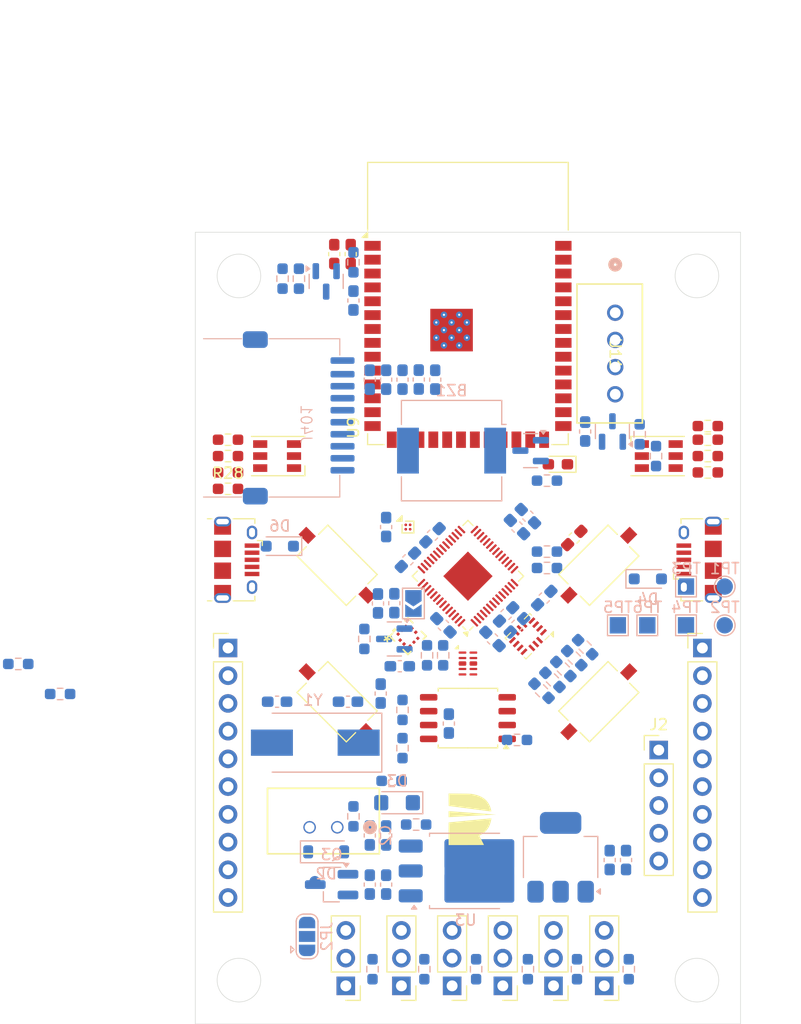
<source format=kicad_pcb>
(kicad_pcb (version 20240108) (generator "pcbnew") (generator_version "8.0")
  (layers (0 "F.Cu" signal) (31 "B.Cu" signal) (34 "B.Paste" user) (35 "F.Paste" user) (36 "B.SilkS" user "B.Silkscreen") (37 "F.SilkS" user "F.Silkscreen") (38 "B.Mask" user) (39 "F.Mask" user) (44 "Edge.Cuts" user))
  (net 0 "")
  (net 1 "Net-(D1-AR)")
  (net 2 "Net-(D1-AG)")
  (net 3 "Net-(D1-AB)")
  (net 4 "GND")
  (net 5 "+BATT")
  (net 6 "Net-(C6-Pad1)")
  (net 7 "+5V")
  (net 8 "+3V3")
  (net 10 "+1V1")
  (net 11 "Net-(D2-A)")
  (net 12 "ADC3")
  (net 13 "Net-(D3-A1)")
  (net 14 "ADC_VREF")
  (net 15 "Net-(JP1-B)")
  (net 16 "SDA1")
  (net 17 "SCL1")
  (net 18 "SER_1")
  (net 19 "SER_2")
  (net 20 "Net-(J5-Pin_2)")
  (net 21 "SER_3")
  (net 22 "Net-(J6-Pin_2)")
  (net 23 "Net-(J7-Pin_2)")
  (net 24 "SER_4")
  (net 25 "SWCLK")
  (net 26 "SWD")
  (net 27 "Net-(J9-Pin_2)")
  (net 28 "SER_5")
  (net 29 "Net-(JP2-C)")
  (net 30 "LED_R")
  (net 31 "LED_G")
  (net 32 "LED_B")
  (net 33 "BMI_INT2")
  (net 34 "BMI_INT1")
  (net 35 "BMP_INT")
  (net 36 "Net-(U2-XIN)")
  (net 37 "Net-(C7-Pad1)")
  (net 38 "Net-(U2-XOUT)")
  (net 39 "USB1_D-")
  (net 40 "USB1_D+")
  (net 41 "Net-(J8-Pin_2)")
  (net 43 "Net-(U2-RUN)")
  (net 44 "Net-(U8-SDO)")
  (net 45 "Net-(U1-DI(IO0))")
  (net 46 "Net-(U1-DO(IO1))")
  (net 47 "Net-(U1-CLK)")
  (net 48 "Net-(U1-IO3)")
  (net 49 "Net-(U1-IO2)")
  (net 50 "Net-(D4-A)")
  (net 59 "Net-(D5-AR)")
  (net 65 "Net-(D5-AB)")
  (net 67 "Net-(D5-AG)")
  (net 69 "ESP32_RST")
  (net 71 "LED2_G")
  (net 72 "LED2_B")
  (net 74 "LED2_R")
  (net 77 "Net-(Q1-S)")
  (net 85 "SPI0_CLK")
  (net 86 "Net-(D6-A)")
  (net 87 "SPI_CS")
  (net 92 "USB2_D+")
  (net 93 "USB2_D-")
  (net 94 "Net-(Q1-G)")
  (net 95 "SD_CD")
  (net 96 "SPI_BIT3")
  (net 97 "SPI0_MISO")
  (net 98 "SPI_BIT2")
  (net 99 "SPI0_MOSI")
  (net 100 "UART1_TX")
  (net 101 "UART1_RX")
  (net 103 "SCL0")
  (net 104 "SDA0")
  (net 105 "Net-(R18-Pad1)")
  (net 106 "/RP2040 section/QSPI_SS")
  (net 107 "Net-(U2-USB_DM)")
  (net 108 "Net-(U2-USB_DP)")
  (net 109 "SER_6")
  (net 110 "Net-(J4-Pin_2)")
  (net 111 "Net-(J4-Pin_1)")
  (net 112 "Net-(BZ1-+)")
  (net 113 "Net-(D7-A)")
  (net 114 "BUZZER")
  (net 115 "Net-(D2-K)")
  (net 116 "GPIO17")
  (net 117 "ADC1")
  (net 118 "GPIO18")
  (net 119 "ADC0")
  (net 120 "ADC2")
  (net 121 "GPIO15")
  (net 122 "GPIO16")
  (net 123 "Net-(Q4-S)")
  (net 124 "GPIO6_esp")
  (net 125 "SPI0_CS2")
  (net 126 "GPIO5_esp")
  (net 127 "GPIO4_esp")
  (net 128 "Net-(Q4-G)")
  (net 129 "ESP32_BOOT")
  (footprint "25SH_B_02_TS:CONN2_H-B-02-TS_ADM" (layer "F.Cu") (at 110.82 90.4 180)
    (property "Reference" "J1" (hide yes))
    (property "Value" "BATT IN")
  )
  (footprint "LED_SMD:LED_RGB_PLCC-6" (layer "F.Cu") (at 105.3 56.4 180)
    (property "Reference" "D1" (hide yes))
    (property "Value" "CLX6F-FKC" (hide yes))
  )
  (footprint "LED_SMD:LED_0603_1608Metric_Pad1.05x0.95mm_HandSolder" (layer "F.Cu") (at 131.05 57.15 180)
    (property "Reference" "D7" (hide yes))
    (property "Value" "LED" (hide yes))
  )
  (footprint "Resistor_SMD:R_0603_1608Metric_Pad0.98x0.95mm_HandSolder" (layer "F.Cu") (at 144.8 56.4 180)
    (property "Reference" "R29" (hide yes))
    (property "Value" "27" (hide yes))
  )
  (footprint "LOGO" (layer "F.Cu") (at 122.8 89.65)
    (property "Reference" "_")
    (property "Value" "LOGO" (hide yes))
  )
  (footprint "Connector_PinHeader_2.54mm:PinHeader_1x03_P2.54mm_Vertical" (layer "F.Cu") (at 126 104.925 180)
    (property "Reference" "J7" (hide yes))
    (property "Value" "servo 3" (hide yes))
  )
  (footprint "Connector_PinHeader_2.54mm:PinHeader_1x03_P2.54mm_Vertical" (layer "F.Cu") (at 130.65 104.925 180)
    (property "Reference" "J6" (hide yes))
    (property "Value" "servo 2" (hide yes))
  )
  (footprint "Resistor_SMD:R_0603_1608Metric_Pad0.98x0.95mm_HandSolder" (layer "F.Cu") (at 144.8 54.9 180)
    (property "Reference" "R30" (hide yes))
    (property "Value" "27" (hide yes))
  )
  (footprint "Connector_PinHeader_2.54mm:PinHeader_1x10_P2.54mm_Vertical" (layer "F.Cu") (at 100.8 73.975)
    (property "Reference" "J12" (hide yes))
    (property "Value" "Conn_01x10_Pin" (hide yes))
  )
  (footprint "LED_SMD:LED_RGB_PLCC-6" (layer "F.Cu") (at 140.3 56.4)
    (property "Reference" "D5" (hide yes))
    (property "Value" "CLX6F-FKC" (hide yes))
  )
  (footprint "RF_Module:ESP32-S3-WROOM-1" (layer "F.Cu") (at 122.8 42.4)
    (property "Reference" "U9")
    (property "Value" "ESP32-S3-WROOM-1")
  )
  (footprint "Resistor_SMD:R_0603_1608Metric_Pad0.98x0.95mm_HandSolder" (layer "F.Cu") (at 100.8 54.9)
    (property "Reference" "R14" (hide yes))
    (property "Value" "60" (hide yes))
  )
  (footprint "Resistor_SMD:R_0603_1608Metric_Pad0.98x0.95mm_HandSolder" (layer "F.Cu") (at 144.8 53.65 180)
    (property "Reference" "R31" (hide yes))
    (property "Value" "27" (hide yes))
  )
  (footprint "Capacitor_SMD:C_0603_1608Metric_Pad1.08x0.95mm_HandSolder" (layer "F.Cu") (at 112.05 37.9 -90)
    (property "Reference" "C401" (hide yes))
    (property "Value" "100n" (hide yes))
  )
  (footprint "Connector_PinHeader_2.54mm:PinHeader_1x03_P2.54mm_Vertical" (layer "F.Cu") (at 111.6 104.925 180)
    (property "Reference" "J4" (hide yes))
    (property "Value" "servo 6" (hide yes))
  )
  (footprint "Connector_PinHeader_2.54mm:PinHeader_1x03_P2.54mm_Vertical" (layer "F.Cu") (at 116.7 104.925 180)
    (property "Reference" "J9" (hide yes))
    (property "Value" "servo 5" (hide yes))
  )
  (footprint "Package_BGA:WLP-4_0.86x0.86mm_P0.4mm" (layer "F.Cu") (at 117.3 62.9)
    (property "Reference" "U7" (hide yes))
    (property "Value" "MMC5633NJL" (hide yes))
  )
  (footprint "Button_Switch_SMD:SW_Tactile_SPST_NO_Straight_CK_PTS636Sx25SMTRLFS" (layer "F.Cu") (at 134.8 66.4 45)
    (property "Reference" "SW4" (hide yes))
    (property "Value" "ESP32 RST")
  )
  (footprint "Package_DFN_QFN:QFN-56-1EP_7x7mm_P0.4mm_EP3.2x3.2mm" (layer "F.Cu") (at 122.8 67.4 135)
    (property "Reference" "U2" (hide yes))
    (property "Value" "RP2040")
  )
  (footprint "Button_Switch_SMD:SW_Tactile_SPST_NO_Straight_CK_PTS636Sx25SMTRLFS" (layer "F.Cu") (at 110.8 66.4 -45)
    (property "Reference" "SW301" (hide yes))
    (property "Value" "2040 BOOTSEL")
  )
  (footprint "Button_Switch_SMD:SW_Tactile_SPST_NO_Straight_CK_PTS636Sx25SMTRLFS" (layer "F.Cu") (at 110.8 78.9 -45)
    (property "Reference" "SW1" (hide yes))
    (property "Value" "2040 RST")
  )
  (footprint "25SH_B_04_TS_:CONN_25SH-B-04-TS_ADM" (layer "F.Cu") (at 136.308 43.2711 -90)
    (property "Reference" "U11")
    (property "Value" "25SH-B-04-TS")
  )
  (footprint "Connector_PinHeader_2.54mm:PinHeader_1x03_P2.54mm_Vertical" (layer "F.Cu") (at 121.35 104.925 180)
    (property "Reference" "J8" (hide yes))
    (property "Value" "servo 4" (hide yes))
  )
  (footprint "Package_SO:SOIC-8_5.23x5.23mm_P1.27mm" (layer "F.Cu") (at 122.8 80.4 180)
    (property "Reference" "U1" (hide yes))
    (property "Value" "W25Q32JVSS" (hide yes))
  )
  (footprint "Capacitor_SMD:C_0603_1608Metric_Pad1.08x0.95mm_HandSolder" (layer "F.Cu") (at 110.54 37.9 90)
    (property "Reference" "C405" (hide yes))
    (property "Value" "10u" (hide yes))
  )
  (footprint "footprints:QFN10_BMP581_BOS" (layer "F.Cu") (at 117.3 72.9 45)
    (property "Reference" "U6" (hide yes))
    (property "Value" "BMP581" (hide yes))
  )
  (footprint "Capacitor_SMD:C_0603_1608Metric_Pad1.08x0.95mm_HandSolder" (layer "F.Cu") (at 132.55 63.9 -135)
    (property "Reference" "C402" (hide yes))
    (property "Value" "100n" (hide yes))
  )
  (footprint "Resistor_SMD:R_0603_1608Metric_Pad0.98x0.95mm_HandSolder" (layer "F.Cu") (at 144.8 57.9 180)
    (property "Reference" "R32" (hide yes))
    (property "Value" "60" (hide yes))
  )
  (footprint "Resistor_SMD:R_0603_1608Metric_Pad0.98x0.95mm_HandSolder" (layer "F.Cu") (at 100.8 59.4)
    (property "Reference" "R28")
    (property "Value" "27")
  )
  (footprint "Connector_PinHeader_2.54mm:PinHeader_1x03_P2.54mm_Vertical" (layer "F.Cu") (at 135.3 104.925 180)
    (property "Reference" "J5" (hide yes))
    (property "Value" "servo 1" (hide yes))
  )
  (footprint "Connector_USB:USB_Micro-B_Amphenol_10118194_Horizontal" (layer "F.Cu") (at 144 65.9 90)
    (property "Reference" "J10" (hide yes))
    (property "Value" "USB_ESP32")
  )
  (footprint "Resistor_SMD:R_0603_1608Metric_Pad0.98x0.95mm_HandSolder" (layer "F.Cu") (at 100.8 57.9)
    (property "Reference" "R16" (hide yes))
    (property "Value" "27" (hide yes))
  )
  (footprint "Connector_PinHeader_2.54mm:PinHeader_1x05_P2.54mm_Vertical" (layer "F.Cu") (at 140.3 83.325)
    (property "Reference" "J2")
    (property "Value" "Conn_01x05_Pin" (hide yes))
  )
  (footprint "Resistor_SMD:R_0603_1608Metric_Pad0.98x0.95mm_HandSolder" (layer "F.Cu") (at 100.8 56.4)
    (property "Reference" "R15" (hide yes))
    (property "Value" "27" (hide yes))
  )
  (footprint "Connector_PinHeader_2.54mm:PinHeader_1x10_P2.54mm_Vertical" (layer "F.Cu") (at 144.3 73.975)
    (property "Reference" "J11" (hide yes))
    (property "Value" "Conn_01x10_Pin" (hide yes))
  )
  (footprint "10-UFDNF:10-UFDNF(2.5mm-1mm)" (layer "F.Cu") (at 122.8 75.4)
    (property "Reference" "U10" (hide yes))
    (property "Value" "~" (hide yes))
  )
  (footprint "Package_LGA:Bosch_LGA-14_3x2.5mm_P0.5mm" (layer "F.Cu") (at 128.3 72.9 -135)
    (property "Reference" "U8" (hide yes))
    (property "Value" "BMI160" (hide yes))
  )
  (footprint "Button_Switch_SMD:SW_Tactile_SPST_NO_Straight_CK_PTS636Sx25SMTRLFS" (layer "F.Cu") (at 134.8 78.9 45)
    (property "Reference" "SW2" (hide yes))
    (property "Value" "ESP32 BOOT")
  )
  (footprint "Connector_USB:USB_Micro-B_Amphenol_10118194_Horizontal" (layer "F.Cu") (at 101.6 65.9 -90)
    (property "Reference" "J3" (hide yes))
    (property "Value" "USB_RP2040" (hide yes))
  )
  (footprint "Capacitor_SMD:C_0603_1608Metric_Pad1.08x0.95mm_HandSolder" (layer "B.Cu") (at 121.05 80.9 90)
    (property "Reference" "C5" (hide yes))
    (property "Value" "100n" (hide yes))
  )
  (footprint "Capacitor_SMD:C_0603_1608Metric_Pad1.08x0.95mm_HandSolder" (layer "B.Cu") (at 111.8 78.9 180)
    (property "Reference" "C7" (hide yes))
    (property "Value" "30p" (hide yes))
  )
  (footprint "Capacitor_SMD:C_0603_1608Metric_Pad1.08x0.95mm_HandSolder" (layer "B.Cu") (at 119.55 63.65 45)
    (property "Reference" "C29" (hide yes))
    (property "Value" "100n" (hide yes))
  )
  (footprint "Capacitor_SMD:C_0603_1608Metric_Pad1.08x0.95mm_HandSolder" (layer "B.Cu") (at 116.05 69.875 -90)
    (property "Reference" "C14" (hide yes))
    (property "Value" "100n" (hide yes))
  )
  (footprint "Diode_SMD:D_SMF" (layer "B.Cu") (at 116.3 88.15 180)
    (property "Reference" "D3")
    (property "Value" "SMF10A" (hide yes))
  )
  (footprint "Capacitor_SMD:C_0603_1608Metric_Pad1.08x0.95mm_HandSolder" (layer "B.Cu") (at 137.3 93.4 -90)
    (property "Reference" "C20" (hide yes))
    (property "Value" "1u")
  )
  (footprint "Jumper:SolderJumper-3_P1.3mm_Open_RoundedPad1.0x1.5mm" (layer "B.Cu") (at 108.05 100.4 90)
    (property "Reference" "JP2")
    (property "Value" "~")
  )
  (footprint "Package_TO_SOT_SMD:SOT-23_Handsoldering" (layer "B.Cu") (at 110.3 95.65 180)
    (property "Reference" "Q3")
    (property "Value" "AO3401A" (hide yes))
  )
  (footprint "TestPoint:TestPoint_Pad_1.5x1.5mm" (layer "B.Cu") (at 142.8 71.9 180)
    (property "Reference" "TP4")
    (property "Value" "TestPoint_Flag" (hide yes))
  )
  (footprint "Resistor_SMD:R_0603_1608Metric_Pad0.98x0.95mm_HandSolder" (layer "B.Cu") (at 132.8 103.4 -90)
    (property "Reference" "R6" (hide yes))
    (property "Value" "150" (hide yes))
  )
  (footprint "Package_TO_SOT_SMD:SOT-23" (layer "B.Cu") (at 128.55 55.9 180)
    (property "Reference" "Q2" (hide yes))
    (property "Value" "2N7002" (hide yes))
  )
  (footprint "Resistor_SMD:R_0603_1608Metric_Pad0.98x0.95mm_HandSolder" (layer "B.Cu") (at 112.3 89.4 90)
    (property "Reference" "R37" (hide yes))
    (property "Value" "1k" (hide yes))
  )
  (footprint "TestPoint:TestPoint_Pad_1.5x1.5mm" (layer "B.Cu") (at 139.25 71.9 180)
    (property "Reference" "TP6")
    (property "Value" "TestPoint_Flag" (hide yes))
  )
  (footprint "Resistor_SMD:R_0603_1608Metric_Pad0.98x0.95mm_HandSolder" (layer "B.Cu") (at 130.05 66.65 180)
    (property "Reference" "R27" (hide yes))
    (property "Value" "4.7k" (hide yes))
  )
  (footprint "Package_TO_SOT_SMD:SOT-23" (layer "B.Cu") (at 116.05 73.15 180)
    (property "Reference" "U5" (hide yes))
    (property "Value" "LM4040DBZ-3" (hide yes))
  )
  (footprint "Resistor_SMD:R_0603_1608Metric_Pad0.98x0.95mm_HandSolder" (layer "B.Cu") (at 137.55 103.4 -90)
    (property "Reference" "R4" (hide yes))
    (property "Value" "150" (hide yes))
  )
  (footprint "Resistor_SMD:R_0603_1608Metric_Pad0.98x0.95mm_HandSolder" (layer "B.Cu") (at 140.05 56.4 90)
    (property "Reference" "R38" (hide yes))
    (property "Value" "1k" (hide yes))
  )
  (footprint "Buzzer_Beeper:Buzzer_CUI_CPT-9019S-SMT" (layer "B.Cu") (at 121.3 55.9 180)
    (property "Reference" "BZ1")
    (property "Value" "Buzzer")
  )
  (footprint "Resistor_SMD:R_0603_1608Metric_Pad0.98x0.95mm_HandSolder" (layer "B.Cu") (at 105.8 40.15 90)
    (property "Reference" "R23" (hide yes))
    (property "Value" "1k" (hide yes))
  )
  (footprint "Capacitor_SMD:C_0603_1608Metric_Pad1.08x0.95mm_HandSolder" (layer "B.Cu") (at 113.8 95.65 -90)
    (property "Reference" "C3" (hide yes))
    (property "Value" "22u")
  )
  (footprint "TestPoint:TestPoint_Pad_D1.5mm" (layer "B.Cu") (at 146.35 71.9 180)
    (property "Reference" "TP2")
    (property "Value" "TestPoint" (hide yes))
  )
  (footprint "Capacitor_SMD:C_0603_1608Metric_Pad1.08x0.95mm_HandSolder" (layer "B.Cu") (at 127.3 71.9 45)
    (property "Reference" "C21" (hide yes))
    (property "Value" "100n" (hide yes))
  )
  (footprint "Resistor_SMD:R_0603_1608Metric_Pad0.98x0.95mm_HandSolder" (layer "B.Cu") (at 114.05 103.4 -90)
    (property "Reference" "R22" (hide yes))
    (property "Value" "150" (hide yes))
  )
  (footprint "Resistor_SMD:R_0603_1608Metric_Pad0.98x0.95mm_HandSolder" (layer "B.Cu") (at 138.55 54.4 -90)
    (property "Reference" "R39" (hide yes))
    (property "Value" "10k" (hide yes))
  )
  (footprint "Diode_SMD:D_SOD-323_HandSoldering" (layer "B.Cu") (at 105.55 64.65 180)
    (property "Reference" "D6")
    (property "Value" "D_Schottky")
  )
  (footprint "Capacitor_SMD:C_0603_1608Metric_Pad1.08x0.95mm_HandSolder" (layer "B.Cu") (at 133.55 54.15 90)
    (property "Reference" "C25" (hide yes))
    (property "Value" "100n" (hide yes))
  )
  (footprint "Package_TO_SOT_SMD:TO-252-3_TabPin2" (layer "B.Cu") (at 122.59 94.4)
    (property "Reference" "U3")
    (property "Value" "AZ1084-5.0" (hide yes))
  )
  (footprint "Resistor_SMD:R_0603_1608Metric_Pad0.98x0.95mm_HandSolder" (layer "B.Cu") (at 115.8 86.15 180)
    (property "Reference" "R11" (hide yes))
    (property "Value" "10k")
  )
  (footprint "Resistor_SMD:R_0603_1608Metric_Pad0.98x0.95mm_HandSolder" (layer "B.Cu") (at 107.3 40.15 90)
    (property "Reference" "R35" (hide yes))
    (property "Value" "10k" (hide yes))
  )
  (footprint "Package_TO_SOT_SMD:SOT-23" (layer "B.Cu") (at 136.05 54.15 90)
    (property "Reference" "Q4" (hide yes))
    (property "Value" "2N7002" (hide yes))
  )
  (footprint "Capacitor_SMD:C_0603_1608Metric_Pad1.08x0.95mm_HandSolder" (layer "B.Cu") (at 118.29 49.3875 -90)
    (property "Reference" "C27" (hide yes))
    (property "Value" "100n" (hide yes))
  )
  (footprint "Capacitor_SMD:C_0603_1608Metric_Pad1.08x0.95mm_HandSolder" (layer "B.Cu") (at 127.3 62.9 -45)
    (property "Reference" "C24" (hide yes))
    (property "Value" "1u" (hide yes))
  )
  (footprint "Capacitor_SMD:C_0603_1608Metric_Pad1.08x0.95mm_HandSolder" (layer "B.Cu") (at 117.3 65.9 -135)
    (property "Reference" "C30" (hide yes))
    (property "Value" "100n" (hide yes))
  )
  (footprint "Capacitor_SMD:C_0603_1608Metric_Pad1.08x0.95mm_HandSolder" (layer "B.Cu") (at 115.3 62.9 -90)
    (property "Reference" "C16" (hide yes))
    (property "Value" "100n")
  )
  (footprint "Resistor_SMD:R_0603_1608Metric_Pad0.98x0.95mm_HandSolder" (layer "B.Cu") (at 128.3 103.4 -90)
    (property "Reference" "R7" (hide yes))
    (property "Value" "150" (hide yes))
  )
  (footprint "Resistor_SMD:R_0603_1608Metric_Pad0.98x0.95mm_HandSolder" (layer "B.Cu") (at 120.53 74.65 90)
    (property "Reference" "R20" (hide yes))
    (property "Value" "27" (hide yes))
  )
  (footprint "Resistor_SMD:R_0603_1608Metric_Pad0.98x0.95mm_HandSolder" (layer "B.Cu") (at 118.8 103.4 -90)
    (property "Reference" "R9" (hide yes))
    (property "Value" "150" (hide yes))
  )
  (footprint "Resistor_SMD:R_0603_1608Metric_Pad0.98x0.95mm_HandSolder" (layer "B.Cu") (at 113.3 73.15 90)
    (property "Reference" "R5" (hide yes))
    (property "Value" "150" (hide yes))
  )
  (footprint "Capacitor_SMD:C_0603_1608Metric_Pad1.08x0.95mm_HandSolder" (layer "B.Cu") (at 115.3 49.4 -90)
    (property "Reference" "C404" (hide yes))
    (property "Value" "22u" (hide yes))
  )
  (footprint "Capacitor_SMD:C_0603_1608Metric_Pad1.08x0.95mm_HandSolder" (layer "B.Cu") (at 114.8 78.15 90)
    (property "Reference" "C13" (hide yes))
    (property "Value" "100n" (hide yes))
  )
  (footprint "Diode_SMD:D_SOD-123" (layer "B.Cu") (at 109.8 92.65)
    (property "Reference" "D2")
    (property "Value" "D_Zener")
  )
  (footprint "Capacitor_SMD:C_0603_1608Metric_Pad1.08x0.95mm_HandSolder" (layer "B.Cu") (at 113.8 91.15 90)
    (property "Reference" "C2")
    (property "Value" "10u")
  )
  (footprint "Resistor_SMD:R_0603_1608Metric_Pad0.98x0.95mm_HandSolder" (layer "B.Cu") (at 130.05 58.65)
    (property "Reference" "R36" (hide yes))
    (property "Value" "10k" (hide yes))
  )
  (footprint "Capacitor_SMD:C_0603_1608Metric_Pad1.08x0.95mm_HandSolder" (layer "B.Cu") (at 119.8 49.4 -90)
    (property "Reference" "C28" (hide yes))
    (property "Value" "1u" (hide yes))
  )
  (footprint "MSD11-CUI_cardconn:MSD11_card_conn" (layer "B.Cu") (at 103.3 52.9 90)
    (property "Reference" "J401")
    (property "Value" "SD CARD")
  )
  (footprint "Resistor_SMD:R_0603_1608Metric_Pad0.98x0.95mm_HandSolder" (layer "B.Cu") (at 130.05 65.15 180)
    (property "Reference" "R26" (hide yes))
    (property "Value" "4.7k" (hide yes))
  )
  (footprint "Resistor_SMD:R_0603_1608Metric_Pad0.98x0.95mm_HandSolder" (layer "B.Cu") (at 127.3 82.4 180)
    (property "Reference" "R19" (hide yes))
    (property "Value" "10k" (hide yes))
  )
  (footprint "Capacitor_SMD:C_0603_1608Metric_Pad1.08x0.95mm_HandSolder" (layer "B.Cu") (at 105.3 78.9)
    (property "Reference" "C6" (hide yes))
    (property "Value" "30p" (hide yes))
  )
  (footprint "Resistor_SMD:R_0603_1608Metric_Pad0.98x0.95mm_HandSolder" (layer "B.Cu") (at 132.55 74.9 -45)
    (property "Reference" "R24" (hide yes))
    (property "Value" "4.7k" (hide yes))
  )
  (footprint "Crystal:Crystal_SMD_FOX_FE-2Pin_7.5x5.0mm_HandSoldering" (layer "B.Cu") (at 108.8 82.65 180)
    (property "Reference" "Y1")
    (property "Value" "Crystal")
  )
  (footprint "Resistor_SMD:R_0603_1608Metric_Pad0.98x0.95mm_HandSolder" (layer "B.Cu") (at 129.55 77.9 -45)
    (property "Reference" "R34" (hide yes))
    (property "Value" "4.7k" (hide yes))
  )
  (footprint "Diode_SMD:D_SOD-323_HandSoldering" (layer "B.Cu") (at 139.3 67.65)
    (property "Reference" "D4")
    (property "Value" "D_Schottky")
  )
  (footprint "Capacitor_SMD:C_0603_1608Metric_Pad1.08x0.95mm_HandSolder" (layer "B.Cu") (at 129.8 69.4 -135)
    (property "Reference" "C19" (hide yes))
    (property "Value" "100n" (hide yes))
  )
  (footprint "Capacitor_SMD:C_0603_1608Metric_Pad1.08x0.95mm_HandSolder" (layer "B.Cu") (at 125.05 73.15 135)
    (property "Reference" "C31" (hide yes))
    (property "Value" "100n" (hide yes))
  )
  (footprint "Capacitor_SMD:C_0603_1608Metric_Pad1.08x0.95mm_HandSolder" (layer "B.Cu") (at 116.55 75.65 180)
    (property "Reference" "C8" (hide yes))
    (property "Value" "1u" (hide yes))
  )
  (footprint "Capacitor_SMD:C_0603_1608Metric_Pad1.08x0.95mm_HandSolder" (layer "B.Cu") (at 115.3 95.65 -90)
    (property "Reference" "C4" (hide yes))
    (property "Value" "1u")
  )
  (footprint "Resistor_SMD:R_0603_1608Metric_Pad0.98x0.95mm_HandSolder" (layer "B.Cu") (at 119.05 74.65 90)
    (property "Reference" "R21" (hide yes))
    (property "Value" "27" (hide yes))
  )
  (footprint "Resistor_SMD:R_0603_1608Metric_Pad0.98x0.95mm_HandSolder" (layer "B.Cu") (at 116.8 83.15 90)
    (property "Reference" "R1" (hide yes))
    (property "Value" "270k" (hide yes))
  )
  (footprint "Package_TO_SOT_SMD:SOT-23" (layer "B.Cu") (at 109.8 40.4 -90)
    (property "Reference" "Q1" (hide yes))
    (property "Value" "2N7002" (hide yes))
  )
  (footprint "Resistor_SMD:R_0603_1608Metric_Pad0.98x0.95mm_HandSolder" (layer "B.Cu") (at 85.4 78.19 180)
    (property "Reference" "R10" (hide yes))
    (property "Value" "10k(DNP)")
  )
  (footprint "Resistor_SMD:R_0603_1608Metric_Pad0.98x0.95mm_HandSolder" (layer "B.Cu") (at 133.55 73.9 135)
    (property "Reference" "R17" (hide yes))
    (property "Value" "10k(DNP)" (hide yes))
  )
  (footprint "TestPoint:TestPoint_Pad_1.5x1.5mm" (layer "B.Cu") (at 142.8 68.35 180)
    (property "Reference" "TP3")
    (property "Value" "TestPoint_Flag" (hide yes))
  )
  (footprint "Resistor_SMD:R_0603_1608Metric_Pad0.98x0.95mm_HandSolder" (layer "B.Cu") (at 130.55 76.9 -45)
    (property "Reference" "R33" (hide yes))
    (property "Value" "4.7k" (hide yes))
  )
  (footprint "Capacitor_SMD:C_0603_1608Metric_Pad1.08x0.95mm_HandSolder" (layer "B.Cu") (at 112.3 42.15 -90)
    (property "Reference" "C23" (hide yes))
    (property "Value" "1u" (hide yes))
  )
  (footprint "Capacitor_SMD:C_0603_1608Metric_Pad1.08x0.95mm_HandSolder" (layer "B.Cu") (at 120.55 71.9 135)
    (property "Reference" "C32" (hide yes))
    (property "Value" "100n" (hide yes))
  )
  (footprint "Capacitor_SMD:C_0603_1608Metric_Pad1.08x0.95mm_HandSolder" (layer "B.Cu") (at 113.8 49.4 -90)
    (property "Reference" "C403" (hide yes))
    (property "Value" "22u" (hide yes))
  )
  (footprint "Resistor_SMD:R_0603_1608Metric_Pad0.98x0.95mm_HandSolder" (layer "B.Cu") (at 112.3 38.65 -90)
    (property "Reference" "R401" (hide yes))
    (property "Value" "10k" (hide yes))
  )
  (footprint "Resistor_SMD:R_0603_1608Metric_Pad0.98x0.95mm_HandSolder" (layer "B.Cu") (at 118.05 90.15 180)
    (property "Reference" "R3" (hide yes))
    (property "Value" "10k" (hide yes))
  )
  (footprint "TestPoint:TestPoint_Pad_D1.5mm" (layer "B.Cu") (at 146.35 68.35 180)
    (property "Reference" "TP1")
    (property "Value" "TestPoint" (hide yes))
  )
  (footprint "Capacitor_SMD:C_0603_1608Metric_Pad1.08x0.95mm_HandSolder" (layer "B.Cu") (at 126.3 70.9 45)
    (property "Reference" "C33" (hide yes))
    (property "Value" "100n" (hide yes))
  )
  (footprint "Capacitor_SMD:C_0603_1608Metric_Pad1.08x0.95mm_HandSolder" (layer "B.Cu") (at 114.55 69.9 -90)
    (property "Reference" "C10" (hide yes))
    (property "Value" "100n")
  )
  (footprint "Capacitor_SMD:C_0603_1608Metric_Pad1.08x0.95mm_HandSolder" (layer "B.Cu") (at 128.3 61.9 -45)
    (property "Reference" "C9" (hide yes))
    (property "Value" "100n" (hide yes))
  )
  (footprint "Package_TO_SOT_SMD:SOT-223-3_TabPin2" (layer "B.Cu") (at 131.3 93.15 90)
    (property "Reference" "U4" (hide yes))
    (property "Value" "TLV1117-33" (hide yes))
  )
  (footprint "Capacitor_SMD:C_0603_1608Metric_Pad1.08x0.95mm_HandSolder" (layer "B.Cu") (at 135.8 93.4 90)
    (property "Reference" "C22" (hide yes))
    (property "Value" "100n")
  )
  (footprint "Resistor_SMD:R_0603_1608Metric_Pad0.98x0.95mm_HandSolder" (layer "B.Cu") (at 123.55 103.4 -90)
    (property "Reference" "R8" (hide yes))
    (property "Value" "150" (hide yes))
  )
  (footprint "Jumper:SolderJumper-2_P1.3mm_Open_TrianglePad1.0x1.5mm" (layer "B.Cu") (at 117.8 69.9 -90)
    (property "Reference" "JP1" (hide yes))
    (property "Value" "~")
  )
  (footprint "Resistor_SMD:R_0603_1608Metric_Pad0.98x0.95mm_HandSolder" (layer "B.Cu") (at 81.5625 75.44 180)
    (property "Reference" "R18" (hide yes))
    (property "Value" "1K" (hide yes))
  )
  (footprint "TestPoint:TestPoint_Pad_1.5x1.5mm" (layer "B.Cu") (at 136.55 71.9 180)
    (property "Reference" "TP5")
    (property "Value" "TestPoint_Flag" (hide yes))
  )
  (footprint "Resistor_SMD:R_0603_1608Metric_Pad0.98x0.95mm_HandSolder" (layer "B.Cu") (at 116.8 79.65 90)
    (property "Reference" "R2" (hide yes))
    (property "Value" "30k" (hide yes))
  )
  (footprint "Resistor_SMD:R_0603_1608Metric_Pad0.98x0.95mm_HandSolder" (layer "B.Cu") (at 131.55 75.9 -45)
    (property "Reference" "R25" (hide yes))
    (property "Value" "4.7k" (hide yes))
  )
  (footprint "Capacitor_SMD:C_0603_1608Metric_Pad1.08x0.95mm_HandSolder" (layer "B.Cu") (at 115.3 91.15 90)
    (property "Reference" "C1" (hide yes))
    (property "Value" "22u")
  )
  (footprint "Capacitor_SMD:C_0603_1608Metric_Pad1.08x0.95mm_HandSolder" (layer "B.Cu") (at 116.8 49.4 -90)
    (property "Reference" "C26" (hide yes))
    (property "Value" "22u" (hide yes))
  )
  (gr_line (start 97.8 108.4) (end 97.8 35.9) (stroke (width 0.05)) (layer "Edge.Cuts"))
  (gr_circle (center 101.8 39.9) (end 103.8 39.9) (stroke (width 0.05)) (fill none) (layer "Edge.Cuts"))
  (gr_line (start 147.8 108.4) (end 97.8 108.4) (stroke (width 0.05)) (layer "Edge.Cuts"))
  (gr_circle (center 101.8 104.4) (end 101.8 106.4) (stroke (width 0.05)) (fill none) (layer "Edge.Cuts"))
  (gr_circle (center 143.8 104.4) (end 145.8 104.4) (stroke (width 0.05)) (fill none) (layer "Edge.Cuts"))
  (gr_line (start 97.8 35.9) (end 147.8 35.9) (stroke (width 0.05)) (layer "Edge.Cuts"))
  (gr_circle (center 143.8 39.9) (end 145.8 39.9) (stroke (width 0.05)) (fill none) (layer "Edge.Cuts"))
  (gr_line (start 147.8 35.9) (end 147.8 108.4) (stroke (width 0.05)) (layer "Edge.Cuts"))
  (segment (start 108.76 95.36) (end 108.8 95.4) (width 1) (layer "B.Cu") (net 115))
)
</source>
